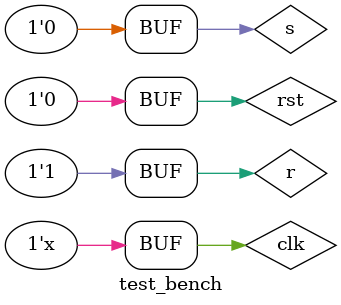
<source format=v>
`timescale 1ns / 1ps


module test_bench(

    );
    reg s,r,clk,rst;
    wire q,qb;
    sr_activelow_ GG1(q,qb,s,r,clk,rst);
    initial
    begin
        s=0; r=1; clk=1;
   #100 rst=1; s=1; r=0;
   #100 rst=0; s=0; r=1;
   #100 rst=1; s=1; r=0;
   #100 rst=1; s=0; r=1;
   #100 rst=0; s=0; r=1;
   end
    always #20 clk <= ~clk;
endmodule

</source>
